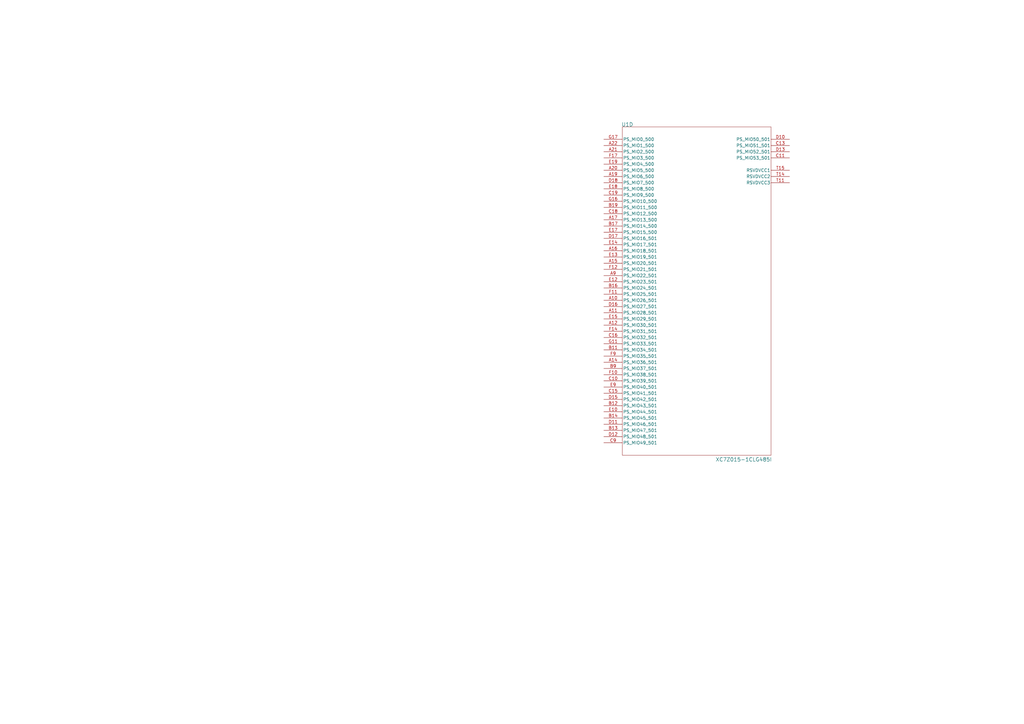
<source format=kicad_sch>
(kicad_sch (version 20250114) (generator "eeschema") (generator_version "9.0")
  (paper "A3")
  (lib_symbols
    (symbol "XC7Z015-1CLG485C:XC7Z015-1CLG485I" (pin_names (offset 0.254))
      (property "Reference" "U" (at 45.72 10.16 0))
      (property "Value" "XC7Z015-1CLG485I" (at 45.72 7.62 0))
      (symbol "XC7Z015-1CLG485I_1_1"
        (polyline (pts (xy 7.62 5.08) (xy 7.62 -114.3)) (stroke (width 0.127)))
        (polyline (pts (xy 7.62 -114.3) (xy 83.82 -114.3)) (stroke (width 0.127)))
        (polyline (pts (xy 83.82 5.08) (xy 7.62 5.08)) (stroke (width 0.127)))
        (polyline (pts (xy 83.82 -114.3) (xy 83.82 5.08)) (stroke (width 0.127)))
        (pin input line (at 0 0 0) (length 7.62) (name "CFGBVS_0") (number "T9"))
        (pin bidirectional line (at 0 -2.54 0) (length 7.62) (name "INIT_B_0") (number "T8"))
        (pin input line (at 0 -7.62 0) (length 7.62) (name "MGTPRXN0_112") (number "AB7"))
        (pin input line (at 0 -10.16 0) (length 7.62) (name "MGTPRXN1_112") (number "Y8"))
        (pin input line (at 0 -12.7 0) (length 7.62) (name "MGTPRXN2_112") (number "AB9"))
        (pin input line (at 0 -15.24 0) (length 7.62) (name "MGTPRXN3_112") (number "Y6"))
        (pin input line (at 0 -17.78 0) (length 7.62) (name "MGTPRXP0_112") (number "AA7"))
        (pin input line (at 0 -20.32 0) (length 7.62) (name "MGTPRXP1_112") (number "W8"))
        (pin input line (at 0 -22.86 0) (length 7.62) (name "MGTPRXP2_112") (number "AA9"))
        (pin input line (at 0 -25.4 0) (length 7.62) (name "MGTPRXP3_112") (number "W6"))
        (pin input line (at 0 -30.48 0) (length 7.62) (name "MGTREFCLK0N_112") (number "V9"))
        (pin input line (at 0 -33.02 0) (length 7.62) (name "MGTREFCLK0P_112") (number "U9"))
        (pin input line (at 0 -35.56 0) (length 7.62) (name "MGTREFCLK1N_112") (number "V5"))
        (pin input line (at 0 -38.1 0) (length 7.62) (name "MGTREFCLK1P_112") (number "U5"))
        (pin input line (at 0 -40.64 0) (length 7.62) (name "MGTRREF_112") (number "U7"))
        (pin input line (at 0 -45.72 0) (length 7.62) (name "PROGRAM_B_0") (number "V10"))
        (pin input line (at 0 -48.26 0) (length 7.62) (name "PS_CLK_500") (number "F16"))
        (pin input line (at 0 -50.8 0) (length 7.62) (name "PS_POR_B_500") (number "B18"))
        (pin input line (at 0 -53.34 0) (length 7.62) (name "PS_SRST_B_501") (number "C14"))
        (pin input line (at 0 -55.88 0) (length 7.62) (name "TCK_0") (number "H11"))
        (pin input line (at 0 -58.42 0) (length 7.62) (name "TDI_0") (number "H9"))
        (pin input line (at 0 -60.96 0) (length 7.62) (name "TMS_0") (number "H10"))
        (pin input line (at 0 -63.5 0) (length 7.62) (name "VN_0") (number "M11"))
        (pin input line (at 0 -66.04 0) (length 7.62) (name "VP_0") (number "L12"))
        (pin bidirectional line (at 0 -71.12 0) (length 7.62) (name "DONE_0") (number "T10"))
        (pin unspecified line (at 0 -73.66 0) (length 7.62) (name "DXN_0") (number "N11"))
        (pin unspecified line (at 0 -76.2 0) (length 7.62) (name "DXP_0") (number "N12"))
        (pin bidirectional line (at 0 -81.28 0) (length 7.62) (name "IO_0_13") (number "T16"))
        (pin bidirectional line (at 0 -83.82 0) (length 7.62) (name "IO_0_34") (number "H8"))
        (pin bidirectional line (at 0 -86.36 0) (length 7.62) (name "IO_0_35") (number "H6"))
        (pin bidirectional line (at 0 -91.44 0) (length 7.62) (name "IO_25_13") (number "U16"))
        (pin bidirectional line (at 0 -93.98 0) (length 7.62) (name "IO_25_34") (number "R8"))
        (pin bidirectional line (at 0 -96.52 0) (length 7.62) (name "IO_25_35") (number "H5"))
        (pin output line (at 91.44 0 180) (length 7.62) (name "MGTPTXN0_112") (number "AB3"))
        (pin output line (at 91.44 -2.54 180) (length 7.62) (name "MGTPTXN1_112") (number "Y4"))
        (pin output line (at 91.44 -5.08 180) (length 7.62) (name "MGTPTXN2_112") (number "AB5"))
        (pin output line (at 91.44 -7.62 180) (length 7.62) (name "MGTPTXN3_112") (number "Y2"))
        (pin output line (at 91.44 -10.16 180) (length 7.62) (name "MGTPTXP0_112") (number "AA3"))
        (pin output line (at 91.44 -12.7 180) (length 7.62) (name "MGTPTXP1_112") (number "W4"))
        (pin output line (at 91.44 -15.24 180) (length 7.62) (name "MGTPTXP2_112") (number "AA5"))
        (pin output line (at 91.44 -17.78 180) (length 7.62) (name "MGTPTXP3_112") (number "W2"))
        (pin output line (at 91.44 -22.86 180) (length 7.62) (name "PS_DDR_A0_502") (number "M19"))
        (pin output line (at 91.44 -25.4 180) (length 7.62) (name "PS_DDR_A1_502") (number "M18"))
        (pin output line (at 91.44 -27.94 180) (length 7.62) (name "PS_DDR_A2_502") (number "K19"))
        (pin output line (at 91.44 -30.48 180) (length 7.62) (name "PS_DDR_A3_502") (number "L19"))
        (pin output line (at 91.44 -33.02 180) (length 7.62) (name "PS_DDR_A4_502") (number "K17"))
        (pin output line (at 91.44 -35.56 180) (length 7.62) (name "PS_DDR_A5_502") (number "K18"))
        (pin output line (at 91.44 -38.1 180) (length 7.62) (name "PS_DDR_A6_502") (number "J16"))
        (pin output line (at 91.44 -40.64 180) (length 7.62) (name "PS_DDR_A7_502") (number "J17"))
        (pin output line (at 91.44 -43.18 180) (length 7.62) (name "PS_DDR_A8_502") (number "J18"))
        (pin output line (at 91.44 -45.72 180) (length 7.62) (name "PS_DDR_A9_502") (number "H18"))
        (pin output line (at 91.44 -48.26 180) (length 7.62) (name "PS_DDR_A10_502") (number "J20"))
        (pin output line (at 91.44 -50.8 180) (length 7.62) (name "PS_DDR_A11_502") (number "G18"))
        (pin output line (at 91.44 -53.34 180) (length 7.62) (name "PS_DDR_A12_502") (number "H19"))
        (pin output line (at 91.44 -55.88 180) (length 7.62) (name "PS_DDR_A13_502") (number "F19"))
        (pin output line (at 91.44 -58.42 180) (length 7.62) (name "PS_DDR_A14_502") (number "G19"))
        (pin output line (at 91.44 -60.96 180) (length 7.62) (name "PS_DDR_BA0_502") (number "L16"))
        (pin output line (at 91.44 -63.5 180) (length 7.62) (name "PS_DDR_BA1_502") (number "L17"))
        (pin output line (at 91.44 -66.04 180) (length 7.62) (name "PS_DDR_BA2_502") (number "M17"))
        (pin output line (at 91.44 -68.58 180) (length 7.62) (name "PS_DDR_CAS_B_502") (number "P20"))
        (pin output line (at 91.44 -71.12 180) (length 7.62) (name "PS_DDR_CKE_502") (number "T19"))
        (pin output line (at 91.44 -73.66 180) (length 7.62) (name "PS_DDR_CKN_502") (number "N18"))
        (pin output line (at 91.44 -76.2 180) (length 7.62) (name "PS_DDR_CKP_502") (number "N19"))
        (pin output line (at 91.44 -78.74 180) (length 7.62) (name "PS_DDR_CS_B_502") (number "P17"))
        (pin output line (at 91.44 -81.28 180) (length 7.62) (name "PS_DDR_DM0_502") (number "B22"))
        (pin output line (at 91.44 -83.82 180) (length 7.62) (name "PS_DDR_DM1_502") (number "H20"))
        (pin output line (at 91.44 -86.36 180) (length 7.62) (name "PS_DDR_DM2_502") (number "P22"))
        (pin output line (at 91.44 -88.9 180) (length 7.62) (name "PS_DDR_DM3_502") (number "AA21"))
        (pin output line (at 91.44 -91.44 180) (length 7.62) (name "PS_DDR_DRST_B_502") (number "F20"))
        (pin output line (at 91.44 -93.98 180) (length 7.62) (name "PS_DDR_ODT_502") (number "P18"))
        (pin output line (at 91.44 -96.52 180) (length 7.62) (name "PS_DDR_RAS_B_502") (number "R18"))
        (pin output line (at 91.44 -99.06 180) (length 7.62) (name "PS_DDR_VRN_502") (number "M16"))
        (pin output line (at 91.44 -101.6 180) (length 7.62) (name "PS_DDR_VRP_502") (number "N16"))
        (pin output line (at 91.44 -104.14 180) (length 7.62) (name "PS_DDR_WE_B_502") (number "R19"))
        (pin output line (at 91.44 -109.22 180) (length 7.62) (name "TDO_0") (number "G9"))
      )
      (symbol "XC7Z015-1CLG485I_2_1"
        (polyline (pts (xy 7.62 5.08) (xy 7.62 -129.54)) (stroke (width 0.127)))
        (polyline (pts (xy 7.62 -129.54) (xy 114.3 -129.54)) (stroke (width 0.127)))
        (polyline (pts (xy 114.3 5.08) (xy 7.62 5.08)) (stroke (width 0.127)))
        (polyline (pts (xy 114.3 -129.54) (xy 114.3 5.08)) (stroke (width 0.127)))
        (pin bidirectional line (at 0 0 0) (length 7.62) (name "IO_L1N_T0_13") (number "V14"))
        (pin bidirectional line (at 0 -2.54 0) (length 7.62) (name "IO_L1N_T0_34") (number "K8"))
        (pin bidirectional line (at 0 -5.08 0) (length 7.62) (name "IO_L1P_T0_13") (number "V13"))
        (pin bidirectional line (at 0 -7.62 0) (length 7.62) (name "IO_L1P_T0_34") (number "J8"))
        (pin bidirectional line (at 0 -10.16 0) (length 7.62) (name "IO_L2N_T0_13") (number "W15"))
        (pin bidirectional line (at 0 -12.7 0) (length 7.62) (name "IO_L2N_T0_34") (number "J6"))
        (pin bidirectional line (at 0 -15.24 0) (length 7.62) (name "IO_L2P_T0_13") (number "V15"))
        (pin bidirectional line (at 0 -17.78 0) (length 7.62) (name "IO_L2P_T0_34") (number "J7"))
        (pin bidirectional line (at 0 -20.32 0) (length 7.62) (name "IO_L3N_T0_DQS_13") (number "W13"))
        (pin bidirectional line (at 0 -22.86 0) (length 7.62) (name "IO_L3N_T0_DQS_34") (number "L7"))
        (pin bidirectional line (at 0 -25.4 0) (length 7.62) (name "IO_L3P_T0_DQS_13") (number "W12"))
        (pin bidirectional line (at 0 -27.94 0) (length 7.62) (name "IO_L3P_T0_DQS_PUDC_B_34") (number "K7"))
        (pin bidirectional line (at 0 -30.48 0) (length 7.62) (name "IO_L4N_T0_13") (number "W11"))
        (pin bidirectional line (at 0 -33.02 0) (length 7.62) (name "IO_L4N_T0_34") (number "M6"))
        (pin bidirectional line (at 0 -35.56 0) (length 7.62) (name "IO_L4N_T0_35") (number "G7"))
        (pin bidirectional line (at 0 -38.1 0) (length 7.62) (name "IO_L4P_T0_13") (number "V11"))
        (pin bidirectional line (at 0 -40.64 0) (length 7.62) (name "IO_L4P_T0_34") (number "L6"))
        (pin bidirectional line (at 0 -43.18 0) (length 7.62) (name "IO_L4P_T0_35") (number "G8"))
        (pin bidirectional line (at 0 -45.72 0) (length 7.62) (name "IO_L5N_T0_13") (number "U12"))
        (pin bidirectional line (at 0 -48.26 0) (length 7.62) (name "IO_L5N_T0_34") (number "P8"))
        (pin bidirectional line (at 0 -50.8 0) (length 7.62) (name "IO_L5P_T0_13") (number "U11"))
        (pin bidirectional line (at 0 -53.34 0) (length 7.62) (name "IO_L5P_T0_34") (number "N8"))
        (pin bidirectional line (at 0 -55.88 0) (length 7.62) (name "IO_L6P_T0_13") (number "U13"))
        (pin bidirectional line (at 0 -58.42 0) (length 7.62) (name "IO_L6P_T0_34") (number "M8"))
        (pin bidirectional line (at 0 -60.96 0) (length 7.62) (name "IO_L6P_T0_35") (number "G6"))
        (pin bidirectional line (at 0 -63.5 0) (length 7.62) (name "IO_L7N_T1_13") (number "AB11"))
        (pin bidirectional line (at 0 -66.04 0) (length 7.62) (name "IO_L7N_T1_34") (number "K5"))
        (pin bidirectional line (at 0 -68.58 0) (length 7.62) (name "IO_L7P_T1_13") (number "AA11"))
        (pin bidirectional line (at 0 -71.12 0) (length 7.62) (name "IO_L7P_T1_34") (number "J5"))
        (pin bidirectional line (at 0 -73.66 0) (length 7.62) (name "IO_L8N_T1_13") (number "AB12"))
        (pin bidirectional line (at 0 -76.2 0) (length 7.62) (name "IO_L8N_T1_34") (number "J1"))
        (pin bidirectional line (at 0 -78.74 0) (length 7.62) (name "IO_L8P_T1_13") (number "AA12"))
        (pin bidirectional line (at 0 -81.28 0) (length 7.62) (name "IO_L8P_T1_34") (number "J2"))
        (pin bidirectional line (at 0 -83.82 0) (length 7.62) (name "IO_L9N_T1_DQS_13") (number "AB14"))
        (pin bidirectional line (at 0 -86.36 0) (length 7.62) (name "IO_L9N_T1_DQS_34") (number "K2"))
        (pin bidirectional line (at 0 -88.9 0) (length 7.62) (name "IO_L9P_T1_DQS_13") (number "AB13"))
        (pin bidirectional line (at 0 -91.44 0) (length 7.62) (name "IO_L9P_T1_DQS_34") (number "J3"))
        (pin bidirectional line (at 0 -93.98 0) (length 7.62) (name "IO_L10N_T1_13") (number "Y13"))
        (pin bidirectional line (at 0 -96.52 0) (length 7.62) (name "IO_L10N_T1_34") (number "L1"))
        (pin bidirectional line (at 0 -99.06 0) (length 7.62) (name "IO_L10P_T1_13") (number "Y12"))
        (pin bidirectional line (at 0 -101.6 0) (length 7.62) (name "IO_L10P_T1_34") (number "L2"))
        (pin bidirectional line (at 0 -104.14 0) (length 7.62) (name "IO_L11N_T1_SRCC_13") (number "AA15"))
        (pin bidirectional line (at 0 -106.68 0) (length 7.62) (name "IO_L11N_T1_SRCC_34") (number "K3"))
        (pin bidirectional line (at 0 -109.22 0) (length 7.62) (name "IO_L11N_T1_SRCC_35") (number "C5"))
        (pin bidirectional line (at 0 -111.76 0) (length 7.62) (name "IO_L11P_T1_SRCC_13") (number "AA14"))
        (pin bidirectional line (at 0 -114.3 0) (length 7.62) (name "IO_L11P_T1_SRCC_34") (number "K4"))
        (pin bidirectional line (at 0 -116.84 0) (length 7.62) (name "IO_L11P_T1_SRCC_35") (number "C6"))
        (pin bidirectional line (at 0 -119.38 0) (length 7.62) (name "IO_L12N_T1_MRCC_13") (number "Y15"))
        (pin bidirectional line (at 0 -121.92 0) (length 7.62) (name "IO_L12N_T1_MRCC_34") (number "L4"))
        (pin bidirectional line (at 0 -124.46 0) (length 7.62) (name "IO_L12N_T1_MRCC_35") (number "C4"))
        (pin bidirectional line (at 121.92 0 180) (length 7.62) (name "IO_L1N_T0_AD0N_35") (number "E7"))
        (pin bidirectional line (at 121.92 -2.54 180) (length 7.62) (name "IO_L1P_T0_AD0P_35") (number "F7"))
        (pin bidirectional line (at 121.92 -5.08 180) (length 7.62) (name "IO_L2N_T0_AD8N_35") (number "D6"))
        (pin bidirectional line (at 121.92 -7.62 180) (length 7.62) (name "IO_L2P_T0_AD8P_35") (number "D7"))
        (pin bidirectional line (at 121.92 -10.16 180) (length 7.62) (name "IO_L3N_T0_DQS_AD1N_35") (number "D8"))
        (pin bidirectional line (at 121.92 -12.7 180) (length 7.62) (name "IO_L3P_T0_DQS_AD1P_35") (number "E8"))
        (pin bidirectional line (at 121.92 -15.24 180) (length 7.62) (name "IO_L5N_T0_AD9N_35") (number "E5"))
        (pin bidirectional line (at 121.92 -17.78 180) (length 7.62) (name "IO_L5P_T0_AD9P_35") (number "F5"))
        (pin bidirectional line (at 121.92 -20.32 180) (length 7.62) (name "IO_L7N_T1_AD2N_35") (number "B8"))
        (pin bidirectional line (at 121.92 -22.86 180) (length 7.62) (name "IO_L7P_T1_AD2P_35") (number "C8"))
        (pin bidirectional line (at 121.92 -25.4 180) (length 7.62) (name "IO_L8N_T1_AD10N_35") (number "B6"))
        (pin bidirectional line (at 121.92 -27.94 180) (length 7.62) (name "IO_L8P_T1_AD10P_35") (number "B7"))
        (pin bidirectional line (at 121.92 -30.48 180) (length 7.62) (name "IO_L9N_T1_DQS_AD3N_35") (number "A6"))
        (pin bidirectional line (at 121.92 -33.02 180) (length 7.62) (name "IO_L9P_T1_DQS_AD3P_35") (number "A7"))
        (pin bidirectional line (at 121.92 -35.56 180) (length 7.62) (name "IO_L10N_T1_AD11N_35") (number "A4"))
        (pin bidirectional line (at 121.92 -38.1 180) (length 7.62) (name "IO_L10P_T1_AD11P_35") (number "A5"))
        (pin bidirectional line (at 121.92 -40.64 180) (length 7.62) (name "IO_L14N_T2_AD4N_SRCC_35") (number "C3"))
        (pin bidirectional line (at 121.92 -43.18 180) (length 7.62) (name "IO_L14P_T2_AD4P_SRCC_35") (number "D3"))
        (pin bidirectional line (at 121.92 -45.72 180) (length 7.62) (name "IO_L15N_T2_DQS_AD12N_35") (number "A1"))
        (pin bidirectional line (at 121.92 -48.26 180) (length 7.62) (name "IO_L15P_T2_DQS_AD12P_35") (number "A2"))
        (pin bidirectional line (at 121.92 -50.8 180) (length 7.62) (name "IO_L17N_T2_AD5N_35") (number "D2"))
        (pin bidirectional line (at 121.92 -53.34 180) (length 7.62) (name "IO_L17P_T2_AD5P_35") (number "E2"))
        (pin bidirectional line (at 121.92 -55.88 180) (length 7.62) (name "IO_L18N_T2_AD13N_35") (number "B1"))
        (pin bidirectional line (at 121.92 -58.42 180) (length 7.62) (name "IO_L18P_T2_AD13P_35") (number "B2"))
        (pin bidirectional line (at 121.92 -60.96 180) (length 7.62) (name "IO_L20N_T3_AD6N_35") (number "F4"))
        (pin bidirectional line (at 121.92 -63.5 180) (length 7.62) (name "IO_L20P_T3_AD6P_35") (number "G4"))
        (pin bidirectional line (at 121.92 -66.04 180) (length 7.62) (name "IO_L21N_T3_DQS_AD14N_35") (number "E3"))
        (pin bidirectional line (at 121.92 -68.58 180) (length 7.62) (name "IO_L21P_T3_DQS_AD14P_35") (number "E4"))
        (pin bidirectional line (at 121.92 -71.12 180) (length 7.62) (name "IO_L22N_T3_AD7N_35") (number "G2"))
        (pin bidirectional line (at 121.92 -73.66 180) (length 7.62) (name "IO_L22P_T3_AD7P_35") (number "G3"))
        (pin bidirectional line (at 121.92 -76.2 180) (length 7.62) (name "IO_L24N_T3_AD15N_35") (number "G1"))
        (pin bidirectional line (at 121.92 -78.74 180) (length 7.62) (name "IO_L24P_T3_AD15P_35") (number "H1"))
        (pin bidirectional line (at 121.92 -81.28 180) (length 7.62) (name "IO_L12P_T1_MRCC_13") (number "Y14"))
        (pin bidirectional line (at 121.92 -83.82 180) (length 7.62) (name "IO_L12P_T1_MRCC_34") (number "L5"))
        (pin bidirectional line (at 121.92 -86.36 180) (length 7.62) (name "IO_L12P_T1_MRCC_35") (number "D5"))
        (pin bidirectional line (at 121.92 -88.9 180) (length 7.62) (name "IO_L13N_T2_MRCC_13") (number "Y19"))
        (pin bidirectional line (at 121.92 -91.44 180) (length 7.62) (name "IO_L13N_T2_MRCC_34") (number "T1"))
        (pin bidirectional line (at 121.92 -93.98 180) (length 7.62) (name "IO_L13N_T2_MRCC_35") (number "B3"))
        (pin bidirectional line (at 121.92 -96.52 180) (length 7.62) (name "IO_L13P_T2_MRCC_13") (number "Y18"))
        (pin bidirectional line (at 121.92 -99.06 180) (length 7.62) (name "IO_L13P_T2_MRCC_34") (number "T2"))
        (pin bidirectional line (at 121.92 -101.6 180) (length 7.62) (name "IO_L13P_T2_MRCC_35") (number "B4"))
        (pin bidirectional line (at 121.92 -104.14 180) (length 7.62) (name "IO_L14N_T2_SRCC_13") (number "AA17"))
        (pin bidirectional line (at 121.92 -106.68 180) (length 7.62) (name "IO_L14N_T2_SRCC_34") (number "U1"))
        (pin bidirectional line (at 121.92 -109.22 180) (length 7.62) (name "IO_L14P_T2_SRCC_13") (number "AA16"))
        (pin bidirectional line (at 121.92 -111.76 180) (length 7.62) (name "IO_L14P_T2_SRCC_34") (number "U2"))
        (pin bidirectional line (at 121.92 -114.3 180) (length 7.62) (name "IO_L15N_T2_DQS_13") (number "AB22"))
        (pin bidirectional line (at 121.92 -116.84 180) (length 7.62) (name "IO_L15N_T2_DQS_34") (number "M1"))
        (pin bidirectional line (at 121.92 -119.38 180) (length 7.62) (name "IO_L15P_T2_DQS_13") (number "AB21"))
        (pin bidirectional line (at 121.92 -121.92 180) (length 7.62) (name "IO_L15P_T2_DQS_34") (number "M2"))
        (pin bidirectional line (at 121.92 -124.46 180) (length 7.62) (name "IO_L16N_T2_13") (number "AB19"))
      )
      (symbol "XC7Z015-1CLG485I_3_1"
        (polyline (pts (xy 7.62 5.08) (xy 7.62 -104.14)) (stroke (width 0.127)))
        (polyline (pts (xy 7.62 -104.14) (xy 88.9 -104.14)) (stroke (width 0.127)))
        (polyline (pts (xy 88.9 5.08) (xy 7.62 5.08)) (stroke (width 0.127)))
        (polyline (pts (xy 88.9 -104.14) (xy 88.9 5.08)) (stroke (width 0.127)))
        (pin bidirectional line (at 0 0 0) (length 7.62) (name "IO_L16N_T2_34") (number "P1"))
        (pin bidirectional line (at 0 -2.54 0) (length 7.62) (name "IO_L16N_T2_35") (number "C1"))
        (pin bidirectional line (at 0 -5.08 0) (length 7.62) (name "IO_L16P_T2_13") (number "AB18"))
        (pin bidirectional line (at 0 -7.62 0) (length 7.62) (name "IO_L16P_T2_34") (number "N1"))
        (pin bidirectional line (at 0 -10.16 0) (length 7.62) (name "IO_L16P_T2_35") (number "D1"))
        (pin bidirectional line (at 0 -12.7 0) (length 7.62) (name "IO_L17N_T2_13") (number "AB17"))
        (pin bidirectional line (at 0 -15.24 0) (length 7.62) (name "IO_L17N_T2_34") (number "R2"))
        (pin bidirectional line (at 0 -17.78 0) (length 7.62) (name "IO_L17P_T2_13") (number "AB16"))
        (pin bidirectional line (at 0 -20.32 0) (length 7.62) (name "IO_L17P_T2_34") (number "R3"))
        (pin bidirectional line (at 0 -22.86 0) (length 7.62) (name "IO_L18N_T2_13") (number "AA20"))
        (pin bidirectional line (at 0 -25.4 0) (length 7.62) (name "IO_L18N_T2_34") (number "P2"))
        (pin bidirectional line (at 0 -27.94 0) (length 7.62) (name "IO_L18P_T2_13") (number "AA19"))
        (pin bidirectional line (at 0 -30.48 0) (length 7.62) (name "IO_L18P_T2_34") (number "P3"))
        (pin bidirectional line (at 0 -33.02 0) (length 7.62) (name "IO_L19P_T3_13") (number "R17"))
        (pin bidirectional line (at 0 -35.56 0) (length 7.62) (name "IO_L19P_T3_34") (number "N6"))
        (pin bidirectional line (at 0 -38.1 0) (length 7.62) (name "IO_L19P_T3_35") (number "H4"))
        (pin bidirectional line (at 0 -40.64 0) (length 7.62) (name "IO_L20N_T3_13") (number "V19"))
        (pin bidirectional line (at 0 -43.18 0) (length 7.62) (name "IO_L20N_T3_34") (number "P5"))
        (pin bidirectional line (at 0 -45.72 0) (length 7.62) (name "IO_L20P_T3_13") (number "U19"))
        (pin bidirectional line (at 0 -48.26 0) (length 7.62) (name "IO_L20P_T3_34") (number "P6"))
        (pin bidirectional line (at 0 -50.8 0) (length 7.62) (name "IO_L21N_T3_DQS_13") (number "W18"))
        (pin bidirectional line (at 0 -53.34 0) (length 7.62) (name "IO_L21N_T3_DQS_34") (number "N3"))
        (pin bidirectional line (at 0 -55.88 0) (length 7.62) (name "IO_L21P_T3_DQS_13") (number "V18"))
        (pin bidirectional line (at 0 -58.42 0) (length 7.62) (name "IO_L21P_T3_DQS_34") (number "N4"))
        (pin bidirectional line (at 0 -60.96 0) (length 7.62) (name "IO_L22N_T3_13") (number "U18"))
        (pin bidirectional line (at 0 -63.5 0) (length 7.62) (name "IO_L22N_T3_34") (number "M3"))
        (pin bidirectional line (at 0 -66.04 0) (length 7.62) (name "IO_L22P_T3_13") (number "U17"))
        (pin bidirectional line (at 0 -68.58 0) (length 7.62) (name "IO_L22P_T3_34") (number "M4"))
        (pin bidirectional line (at 0 -71.12 0) (length 7.62) (name "IO_L23N_T3_13") (number "W16"))
        (pin bidirectional line (at 0 -73.66 0) (length 7.62) (name "IO_L23N_T3_34") (number "R4"))
        (pin bidirectional line (at 0 -76.2 0) (length 7.62) (name "IO_L23N_T3_35") (number "F1"))
        (pin bidirectional line (at 0 -78.74 0) (length 7.62) (name "IO_L23P_T3_13") (number "V16"))
        (pin bidirectional line (at 0 -81.28 0) (length 7.62) (name "IO_L23P_T3_34") (number "R5"))
        (pin bidirectional line (at 0 -83.82 0) (length 7.62) (name "IO_L23P_T3_35") (number "F2"))
        (pin bidirectional line (at 0 -86.36 0) (length 7.62) (name "IO_L24N_T3_13") (number "Y17"))
        (pin bidirectional line (at 0 -88.9 0) (length 7.62) (name "IO_L24N_T3_34") (number "R7"))
        (pin bidirectional line (at 0 -91.44 0) (length 7.62) (name "IO_L24P_T3_13") (number "W17"))
        (pin bidirectional line (at 0 -93.98 0) (length 7.62) (name "IO_L24P_T3_34") (number "P7"))
        (pin bidirectional line (at 96.52 0 180) (length 7.62) (name "PS_DDR_DQ0_502") (number "D22"))
        (pin bidirectional line (at 96.52 -2.54 180) (length 7.62) (name "PS_DDR_DQ1_502") (number "C20"))
        (pin bidirectional line (at 96.52 -5.08 180) (length 7.62) (name "PS_DDR_DQ2_502") (number "B21"))
        (pin bidirectional line (at 96.52 -7.62 180) (length 7.62) (name "PS_DDR_DQ3_502") (number "D20"))
        (pin bidirectional line (at 96.52 -10.16 180) (length 7.62) (name "PS_DDR_DQ4_502") (number "E20"))
        (pin bidirectional line (at 96.52 -12.7 180) (length 7.62) (name "PS_DDR_DQ5_502") (number "E22"))
        (pin bidirectional line (at 96.52 -15.24 180) (length 7.62) (name "PS_DDR_DQ6_502") (number "F21"))
        (pin bidirectional line (at 96.52 -17.78 180) (length 7.62) (name "PS_DDR_DQ7_502") (number "F22"))
        (pin bidirectional line (at 96.52 -20.32 180) (length 7.62) (name "PS_DDR_DQ8_502") (number "G21"))
        (pin bidirectional line (at 96.52 -22.86 180) (length 7.62) (name "PS_DDR_DQ9_502") (number "G22"))
        (pin bidirectional line (at 96.52 -25.4 180) (length 7.62) (name "PS_DDR_DQ10_502") (number "L22"))
        (pin bidirectional line (at 96.52 -27.94 180) (length 7.62) (name "PS_DDR_DQ11_502") (number "L21"))
        (pin bidirectional line (at 96.52 -30.48 180) (length 7.62) (name "PS_DDR_DQ12_502") (number "L20"))
        (pin bidirectional line (at 96.52 -33.02 180) (length 7.62) (name "PS_DDR_DQ13_502") (number "K22"))
        (pin bidirectional line (at 96.52 -35.56 180) (length 7.62) (name "PS_DDR_DQ14_502") (number "J22"))
        (pin bidirectional line (at 96.52 -38.1 180) (length 7.62) (name "PS_DDR_DQ15_502") (number "K20"))
        (pin bidirectional line (at 96.52 -40.64 180) (length 7.62) (name "PS_DDR_DQ16_502") (number "M22"))
        (pin bidirectional line (at 96.52 -43.18 180) (length 7.62) (name "PS_DDR_DQ17_502") (number "T20"))
        (pin bidirectional line (at 96.52 -45.72 180) (length 7.62) (name "PS_DDR_DQ18_502") (number "N20"))
        (pin bidirectional line (at 96.52 -48.26 180) (length 7.62) (name "PS_DDR_DQ19_502") (number "T22"))
        (pin bidirectional line (at 96.52 -50.8 180) (length 7.62) (name "PS_DDR_DQ20_502") (number "R20"))
        (pin bidirectional line (at 96.52 -53.34 180) (length 7.62) (name "PS_DDR_DQ21_502") (number "T21"))
        (pin bidirectional line (at 96.52 -55.88 180) (length 7.62) (name "PS_DDR_DQ22_502") (number "M21"))
        (pin bidirectional line (at 96.52 -58.42 180) (length 7.62) (name "PS_DDR_DQ23_502") (number "R22"))
        (pin bidirectional line (at 96.52 -60.96 180) (length 7.62) (name "PS_DDR_DQ24_502") (number "Y20"))
        (pin bidirectional line (at 96.52 -63.5 180) (length 7.62) (name "PS_DDR_DQ25_502") (number "U22"))
        (pin bidirectional line (at 96.52 -66.04 180) (length 7.62) (name "PS_DDR_DQ26_502") (number "AA22"))
        (pin bidirectional line (at 96.52 -68.58 180) (length 7.62) (name "PS_DDR_DQ27_502") (number "U21"))
        (pin bidirectional line (at 96.52 -71.12 180) (length 7.62) (name "PS_DDR_DQ28_502") (number "W22"))
        (pin bidirectional line (at 96.52 -73.66 180) (length 7.62) (name "PS_DDR_DQ29_502") (number "W20"))
        (pin bidirectional line (at 96.52 -76.2 180) (length 7.62) (name "PS_DDR_DQ30_502") (number "V20"))
        (pin bidirectional line (at 96.52 -78.74 180) (length 7.62) (name "PS_DDR_DQ31_502") (number "Y22"))
        (pin bidirectional line (at 96.52 -81.28 180) (length 7.62) (name "PS_DDR_DQS_N0_502") (number "D21"))
        (pin bidirectional line (at 96.52 -83.82 180) (length 7.62) (name "PS_DDR_DQS_N1_502") (number "J21"))
        (pin bidirectional line (at 96.52 -86.36 180) (length 7.62) (name "PS_DDR_DQS_N2_502") (number "P21"))
        (pin bidirectional line (at 96.52 -88.9 180) (length 7.62) (name "PS_DDR_DQS_N3_502") (number "W21"))
        (pin bidirectional line (at 96.52 -91.44 180) (length 7.62) (name "PS_DDR_DQS_P0_502") (number "C21"))
        (pin bidirectional line (at 96.52 -93.98 180) (length 7.62) (name "PS_DDR_DQS_P1_502") (number "H21"))
        (pin bidirectional line (at 96.52 -96.52 180) (length 7.62) (name "PS_DDR_DQS_P2_502") (number "N21"))
        (pin bidirectional line (at 96.52 -99.06 180) (length 7.62) (name "PS_DDR_DQS_P3_502") (number "V21"))
      )
      (symbol "XC7Z015-1CLG485I_4_1"
        (polyline (pts (xy 7.62 5.08) (xy 7.62 -129.54)) (stroke (width 0.127)))
        (polyline (pts (xy 7.62 -129.54) (xy 68.58 -129.54)) (stroke (width 0.127)))
        (polyline (pts (xy 68.58 5.08) (xy 7.62 5.08)) (stroke (width 0.127)))
        (polyline (pts (xy 68.58 -129.54) (xy 68.58 5.08)) (stroke (width 0.127)))
        (pin bidirectional line (at 0 0 0) (length 7.62) (name "PS_MIO0_500") (number "G17"))
        (pin bidirectional line (at 0 -2.54 0) (length 7.62) (name "PS_MIO1_500") (number "A22"))
        (pin bidirectional line (at 0 -5.08 0) (length 7.62) (name "PS_MIO2_500") (number "A21"))
        (pin bidirectional line (at 0 -7.62 0) (length 7.62) (name "PS_MIO3_500") (number "F17"))
        (pin bidirectional line (at 0 -10.16 0) (length 7.62) (name "PS_MIO4_500") (number "E19"))
        (pin bidirectional line (at 0 -12.7 0) (length 7.62) (name "PS_MIO5_500") (number "A20"))
        (pin bidirectional line (at 0 -15.24 0) (length 7.62) (name "PS_MIO6_500") (number "A19"))
        (pin bidirectional line (at 0 -17.78 0) (length 7.62) (name "PS_MIO7_500") (number "D18"))
        (pin bidirectional line (at 0 -20.32 0) (length 7.62) (name "PS_MIO8_500") (number "E18"))
        (pin bidirectional line (at 0 -22.86 0) (length 7.62) (name "PS_MIO9_500") (number "C19"))
        (pin bidirectional line (at 0 -25.4 0) (length 7.62) (name "PS_MIO10_500") (number "G16"))
        (pin bidirectional line (at 0 -27.94 0) (length 7.62) (name "PS_MIO11_500") (number "B19"))
        (pin bidirectional line (at 0 -30.48 0) (length 7.62) (name "PS_MIO12_500") (number "C18"))
        (pin bidirectional line (at 0 -33.02 0) (length 7.62) (name "PS_MIO13_500") (number "A17"))
        (pin bidirectional line (at 0 -35.56 0) (length 7.62) (name "PS_MIO14_500") (number "B17"))
        (pin bidirectional line (at 0 -38.1 0) (length 7.62) (name "PS_MIO15_500") (number "E17"))
        (pin bidirectional line (at 0 -40.64 0) (length 7.62) (name "PS_MIO16_501") (number "D17"))
        (pin bidirectional line (at 0 -43.18 0) (length 7.62) (name "PS_MIO17_501") (number "E14"))
        (pin bidirectional line (at 0 -45.72 0) (length 7.62) (name "PS_MIO18_501") (number "A16"))
        (pin bidirectional line (at 0 -48.26 0) (length 7.62) (name "PS_MIO19_501") (number "E13"))
        (pin bidirectional line (at 0 -50.8 0) (length 7.62) (name "PS_MIO20_501") (number "A15"))
        (pin bidirectional line (at 0 -53.34 0) (length 7.62) (name "PS_MIO21_501") (number "F12"))
        (pin bidirectional line (at 0 -55.88 0) (length 7.62) (name "PS_MIO22_501") (number "A9"))
        (pin bidirectional line (at 0 -58.42 0) (length 7.62) (name "PS_MIO23_501") (number "E12"))
        (pin bidirectional line (at 0 -60.96 0) (length 7.62) (name "PS_MIO24_501") (number "B16"))
        (pin bidirectional line (at 0 -63.5 0) (length 7.62) (name "PS_MIO25_501") (number "F11"))
        (pin bidirectional line (at 0 -66.04 0) (length 7.62) (name "PS_MIO26_501") (number "A10"))
        (pin bidirectional line (at 0 -68.58 0) (length 7.62) (name "PS_MIO27_501") (number "D16"))
        (pin bidirectional line (at 0 -71.12 0) (length 7.62) (name "PS_MIO28_501") (number "A11"))
        (pin bidirectional line (at 0 -73.66 0) (length 7.62) (name "PS_MIO29_501") (number "E15"))
        (pin bidirectional line (at 0 -76.2 0) (length 7.62) (name "PS_MIO30_501") (number "A12"))
        (pin bidirectional line (at 0 -78.74 0) (length 7.62) (name "PS_MIO31_501") (number "F14"))
        (pin bidirectional line (at 0 -81.28 0) (length 7.62) (name "PS_MIO32_501") (number "C16"))
        (pin bidirectional line (at 0 -83.82 0) (length 7.62) (name "PS_MIO33_501") (number "G11"))
        (pin bidirectional line (at 0 -86.36 0) (length 7.62) (name "PS_MIO34_501") (number "B11"))
        (pin bidirectional line (at 0 -88.9 0) (length 7.62) (name "PS_MIO35_501") (number "F9"))
        (pin bidirectional line (at 0 -91.44 0) (length 7.62) (name "PS_MIO36_501") (number "A14"))
        (pin bidirectional line (at 0 -93.98 0) (length 7.62) (name "PS_MIO37_501") (number "B9"))
        (pin bidirectional line (at 0 -96.52 0) (length 7.62) (name "PS_MIO38_501") (number "F10"))
        (pin bidirectional line (at 0 -99.06 0) (length 7.62) (name "PS_MIO39_501") (number "C10"))
        (pin bidirectional line (at 0 -101.6 0) (length 7.62) (name "PS_MIO40_501") (number "E9"))
        (pin bidirectional line (at 0 -104.14 0) (length 7.62) (name "PS_MIO41_501") (number "C15"))
        (pin bidirectional line (at 0 -106.68 0) (length 7.62) (name "PS_MIO42_501") (number "D15"))
        (pin bidirectional line (at 0 -109.22 0) (length 7.62) (name "PS_MIO43_501") (number "B12"))
        (pin bidirectional line (at 0 -111.76 0) (length 7.62) (name "PS_MIO44_501") (number "E10"))
        (pin bidirectional line (at 0 -114.3 0) (length 7.62) (name "PS_MIO45_501") (number "B14"))
        (pin bidirectional line (at 0 -116.84 0) (length 7.62) (name "PS_MIO46_501") (number "D11"))
        (pin bidirectional line (at 0 -119.38 0) (length 7.62) (name "PS_MIO47_501") (number "B13"))
        (pin bidirectional line (at 0 -121.92 0) (length 7.62) (name "PS_MIO48_501") (number "D12"))
        (pin bidirectional line (at 0 -124.46 0) (length 7.62) (name "PS_MIO49_501") (number "C9"))
        (pin bidirectional line (at 76.2 0 180) (length 7.62) (name "PS_MIO50_501") (number "D10"))
        (pin bidirectional line (at 76.2 -2.54 180) (length 7.62) (name "PS_MIO51_501") (number "C13"))
        (pin bidirectional line (at 76.2 -5.08 180) (length 7.62) (name "PS_MIO52_501") (number "D13"))
        (pin bidirectional line (at 76.2 -7.62 180) (length 7.62) (name "PS_MIO53_501") (number "C11"))
        (pin bidirectional line (at 76.2 -12.7 180) (length 7.62) (name "RSVDVCC1") (number "T15"))
        (pin bidirectional line (at 76.2 -15.24 180) (length 7.62) (name "RSVDVCC2") (number "T14"))
        (pin bidirectional line (at 76.2 -17.78 180) (length 7.62) (name "RSVDVCC3") (number "T11"))
      )
      (symbol "XC7Z015-1CLG485I_5_1"
        (polyline (pts (xy 7.62 5.08) (xy 7.62 -121.92)) (stroke (width 0.127)))
        (polyline (pts (xy 7.62 -121.92) (xy 53.34 -121.92)) (stroke (width 0.127)))
        (polyline (pts (xy 53.34 5.08) (xy 7.62 5.08)) (stroke (width 0.127)))
        (polyline (pts (xy 53.34 -121.92) (xy 53.34 5.08)) (stroke (width 0.127)))
        (pin no_connect line (at 0 0 0) (length 7.62) (name "NC") (number "V7"))
        (pin no_connect line (at 0 -2.54 0) (length 7.62) (name "NC") (number "W3"))
        (pin bidirectional line (at 0 -7.62 0) (length 7.62) (name "IO_L6N_T0_VREF_13") (number "U14"))
        (pin bidirectional line (at 0 -10.16 0) (length 7.62) (name "IO_L6N_T0_VREF_34") (number "M7"))
        (pin bidirectional line (at 0 -12.7 0) (length 7.62) (name "IO_L6N_T0_VREF_35") (number "F6"))
        (pin bidirectional line (at 0 -15.24 0) (length 7.62) (name "IO_L19N_T3_VREF_13") (number "T17"))
        (pin bidirectional line (at 0 -17.78 0) (length 7.62) (name "IO_L19N_T3_VREF_34") (number "N5"))
        (pin bidirectional line (at 0 -20.32 0) (length 7.62) (name "IO_L19N_T3_VREF_35") (number "H3"))
        (pin power_in line (at 0 -25.4 0) (length 7.62) (name "MGTAVCC") (number "U4"))
        (pin power_in line (at 0 -27.94 0) (length 7.62) (name "MGTAVCC") (number "U6"))
        (pin power_in line (at 0 -30.48 0) (length 7.62) (name "MGTAVCC") (number "U8"))
        (pin power_in line (at 0 -33.02 0) (length 7.62) (name "MGTAVCC") (number "W5"))
        (pin power_in line (at 0 -35.56 0) (length 7.62) (name "MGTAVCC") (number "W9"))
        (pin power_in line (at 0 -38.1 0) (length 7.62) (name "MGTAVTT") (number "Y7"))
        (pin power_in line (at 0 -40.64 0) (length 7.62) (name "MGTAVTT") (number "AA2"))
        (pin power_in line (at 0 -43.18 0) (length 7.62) (name "MGTAVTT") (number "AA4"))
        (pin power_in line (at 0 -45.72 0) (length 7.62) (name "MGTAVTT") (number "AA8"))
        (pin power_in line (at 0 -48.26 0) (length 7.62) (name "MGTAVTT") (number "AB1"))
        (pin power_in line (at 0 -50.8 0) (length 7.62) (name "MGTAVTT") (number "AB6"))
        (pin power_in line (at 0 -55.88 0) (length 7.62) (name "PS_DDR_VREF0_502") (number "H16"))
        (pin power_in line (at 0 -58.42 0) (length 7.62) (name "PS_DDR_VREF1_502") (number "P16"))
        (pin power_in line (at 0 -63.5 0) (length 7.62) (name "PS_MIO_VREF_501") (number "F15"))
        (pin power_in line (at 0 -68.58 0) (length 7.62) (name "VCCADC_0") (number "K12"))
        (pin power_in line (at 0 -71.12 0) (length 7.62) (name "VCCAUX") (number "N13"))
        (pin power_in line (at 0 -73.66 0) (length 7.62) (name "VCCAUX") (number "P12"))
        (pin power_in line (at 0 -76.2 0) (length 7.62) (name "VCCAUX") (number "R13"))
        (pin power_in line (at 0 -78.74 0) (length 7.62) (name "VCCAUX") (number "T12"))
        (pin power_in line (at 0 -83.82 0) (length 7.62) (name "VCCBATT_0") (number "G14"))
        (pin power_in line (at 0 -86.36 0) (length 7.62) (name "VCCBRAM") (number "H12"))
        (pin power_in line (at 0 -88.9 0) (length 7.62) (name "VCCBRAM") (number "J13"))
        (pin power_in line (at 0 -93.98 0) (length 7.62) (name "VCCINT") (number "J9"))
        (pin power_in line (at 0 -96.52 0) (length 7.62) (name "VCCINT") (number "L9"))
        (pin power_in line (at 0 -99.06 0) (length 7.62) (name "VCCINT") (number "N9"))
        (pin power_in line (at 0 -101.6 0) (length 7.62) (name "VCCINT") (number "R9"))
        (pin power_in line (at 0 -104.14 0) (length 7.62) (name "VCCINT") (number "J11"))
        (pin power_in line (at 0 -106.68 0) (length 7.62) (name "VCCINT") (number "K10"))
        (pin power_in line (at 0 -109.22 0) (length 7.62) (name "VCCINT") (number "M10"))
        (pin power_in line (at 0 -111.76 0) (length 7.62) (name "VCCINT") (number "P10"))
        (pin power_in line (at 0 -116.84 0) (length 7.62) (name "VCCO_0") (number "R11"))
      )
      (symbol "XC7Z015-1CLG485I_6_1"
        (polyline (pts (xy 7.62 5.08) (xy 7.62 -132.08)) (stroke (width 0.127)))
        (polyline (pts (xy 7.62 -132.08) (xy 43.18 -132.08)) (stroke (width 0.127)))
        (polyline (pts (xy 43.18 5.08) (xy 7.62 5.08)) (stroke (width 0.127)))
        (polyline (pts (xy 43.18 -132.08) (xy 43.18 5.08)) (stroke (width 0.127)))
        (pin power_in line (at 0 0 0) (length 7.62) (name "VCCO_13") (number "T18"))
        (pin power_in line (at 0 -2.54 0) (length 7.62) (name "VCCO_13") (number "U15"))
        (pin power_in line (at 0 -5.08 0) (length 7.62) (name "VCCO_13") (number "V12"))
        (pin power_in line (at 0 -7.62 0) (length 7.62) (name "VCCO_13") (number "W19"))
        (pin power_in line (at 0 -10.16 0) (length 7.62) (name "VCCO_13") (number "Y16"))
        (pin power_in line (at 0 -12.7 0) (length 7.62) (name "VCCO_13") (number "AA13"))
        (pin power_in line (at 0 -15.24 0) (length 7.62) (name "VCCO_13") (number "AB20"))
        (pin power_in line (at 0 -17.78 0) (length 7.62) (name "VCCO_34") (number "H2"))
        (pin power_in line (at 0 -20.32 0) (length 7.62) (name "VCCO_34") (number "K6"))
        (pin power_in line (at 0 -22.86 0) (length 7.62) (name "VCCO_34") (number "L3"))
        (pin power_in line (at 0 -25.4 0) (length 7.62) (name "VCCO_34") (number "N7"))
        (pin power_in line (at 0 -27.94 0) (length 7.62) (name "VCCO_34") (number "P4"))
        (pin power_in line (at 0 -30.48 0) (length 7.62) (name "VCCO_34") (number "R1"))
        (pin power_in line (at 0 -33.02 0) (length 7.62) (name "VCCO_35") (number "A3"))
        (pin power_in line (at 0 -35.56 0) (length 7.62) (name "VCCO_35") (number "C7"))
        (pin power_in line (at 0 -38.1 0) (length 7.62) (name "VCCO_35") (number "D4"))
        (pin power_in line (at 0 -40.64 0) (length 7.62) (name "VCCO_35") (number "E1"))
        (pin power_in line (at 0 -43.18 0) (length 7.62) (name "VCCO_35") (number "F8"))
        (pin power_in line (at 0 -45.72 0) (length 7.62) (name "VCCO_35") (number "G5"))
        (pin power_in line (at 0 -48.26 0) (length 7.62) (name "VCCO_DDR_502") (number "E21"))
        (pin power_in line (at 0 -50.8 0) (length 7.62) (name "VCCO_DDR_502") (number "F18"))
        (pin power_in line (at 0 -53.34 0) (length 7.62) (name "VCCO_DDR_502") (number "H22"))
        (pin power_in line (at 0 -55.88 0) (length 7.62) (name "VCCO_DDR_502") (number "J19"))
        (pin power_in line (at 0 -58.42 0) (length 7.62) (name "VCCO_DDR_502") (number "K16"))
        (pin power_in line (at 0 -60.96 0) (length 7.62) (name "VCCO_DDR_502") (number "M20"))
        (pin power_in line (at 0 -63.5 0) (length 7.62) (name "VCCO_DDR_502") (number "N17"))
        (pin power_in line (at 0 -66.04 0) (length 7.62) (name "VCCO_DDR_502") (number "R21"))
        (pin power_in line (at 0 -68.58 0) (length 7.62) (name "VCCO_DDR_502") (number "V22"))
        (pin power_in line (at 0 -71.12 0) (length 7.62) (name "VCCO_MIO0_500") (number "B20"))
        (pin power_in line (at 0 -73.66 0) (length 7.62) (name "VCCO_MIO0_500") (number "C17"))
        (pin power_in line (at 0 -76.2 0) (length 7.62) (name "VCCO_MIO1_501") (number "A13"))
        (pin power_in line (at 0 -78.74 0) (length 7.62) (name "VCCO_MIO1_501") (number "B10"))
        (pin power_in line (at 0 -81.28 0) (length 7.62) (name "VCCO_MIO1_501") (number "D14"))
        (pin power_in line (at 0 -83.82 0) (length 7.62) (name "VCCO_MIO1_501") (number "E11"))
        (pin power_in line (at 0 -88.9 0) (length 7.62) (name "VCCPAUX") (number "K14"))
        (pin power_in line (at 0 -91.44 0) (length 7.62) (name "VCCPAUX") (number "L13"))
        (pin power_in line (at 0 -93.98 0) (length 7.62) (name "VCCPAUX") (number "M14"))
        (pin power_in line (at 0 -96.52 0) (length 7.62) (name "VCCPAUX") (number "P14"))
        (pin power_in line (at 0 -99.06 0) (length 7.62) (name "VCCPINT") (number "G15"))
        (pin power_in line (at 0 -101.6 0) (length 7.62) (name "VCCPINT") (number "H14"))
        (pin power_in line (at 0 -104.14 0) (length 7.62) (name "VCCPINT") (number "J15"))
        (pin power_in line (at 0 -106.68 0) (length 7.62) (name "VCCPINT") (number "L15"))
        (pin power_in line (at 0 -109.22 0) (length 7.62) (name "VCCPINT") (number "N15"))
        (pin power_in line (at 0 -111.76 0) (length 7.62) (name "VCCPINT") (number "R15"))
        (pin power_in line (at 0 -114.3 0) (length 7.62) (name "VCCPLL") (number "G13"))
        (pin power_in line (at 0 -119.38 0) (length 7.62) (name "VREFN_0") (number "L11"))
        (pin power_in line (at 0 -121.92 0) (length 7.62) (name "VREFP_0") (number "M12"))
        (pin power_out line (at 0 -127 0) (length 7.62) (name "GND") (number "A8"))
      )
      (symbol "XC7Z015-1CLG485I_7_1"
        (polyline (pts (xy 7.62 5.08) (xy 7.62 -132.08)) (stroke (width 0.127)))
        (polyline (pts (xy 7.62 -132.08) (xy 33.02 -132.08)) (stroke (width 0.127)))
        (polyline (pts (xy 33.02 5.08) (xy 7.62 5.08)) (stroke (width 0.127)))
        (polyline (pts (xy 33.02 -132.08) (xy 33.02 5.08)) (stroke (width 0.127)))
        (pin power_out line (at 0 0 0) (length 7.62) (name "GND") (number "B5"))
        (pin power_out line (at 0 -2.54 0) (length 7.62) (name "GND") (number "C2"))
        (pin power_out line (at 0 -5.08 0) (length 7.62) (name "GND") (number "D9"))
        (pin power_out line (at 0 -7.62 0) (length 7.62) (name "GND") (number "E6"))
        (pin power_out line (at 0 -10.16 0) (length 7.62) (name "GND") (number "F3"))
        (pin power_out line (at 0 -12.7 0) (length 7.62) (name "GND") (number "H7"))
        (pin power_out line (at 0 -15.24 0) (length 7.62) (name "GND") (number "J4"))
        (pin power_out line (at 0 -17.78 0) (length 7.62) (name "GND") (number "K1"))
        (pin power_out line (at 0 -20.32 0) (length 7.62) (name "GND") (number "K9"))
        (pin power_out line (at 0 -22.86 0) (length 7.62) (name "GND") (number "L8"))
        (pin power_out line (at 0 -25.4 0) (length 7.62) (name "GND") (number "M5"))
        (pin power_out line (at 0 -27.94 0) (length 7.62) (name "GND") (number "M9"))
        (pin power_out line (at 0 -30.48 0) (length 7.62) (name "GND") (number "N2"))
        (pin power_out line (at 0 -33.02 0) (length 7.62) (name "GND") (number "P9"))
        (pin power_out line (at 0 -35.56 0) (length 7.62) (name "GND") (number "R6"))
        (pin power_out line (at 0 -38.1 0) (length 7.62) (name "GND") (number "T3"))
        (pin power_out line (at 0 -40.64 0) (length 7.62) (name "GND") (number "T4"))
        (pin power_out line (at 0 -43.18 0) (length 7.62) (name "GND") (number "T5"))
        (pin power_out line (at 0 -45.72 0) (length 7.62) (name "GND") (number "T6"))
        (pin power_out line (at 0 -48.26 0) (length 7.62) (name "GND") (number "T7"))
        (pin power_out line (at 0 -50.8 0) (length 7.62) (name "GND") (number "U3"))
        (pin power_out line (at 0 -53.34 0) (length 7.62) (name "GND") (number "V1"))
        (pin power_out line (at 0 -55.88 0) (length 7.62) (name "GND") (number "V2"))
        (pin power_out line (at 0 -58.42 0) (length 7.62) (name "GND") (number "V3"))
        (pin power_out line (at 0 -60.96 0) (length 7.62) (name "GND") (number "V4"))
        (pin power_out line (at 0 -63.5 0) (length 7.62) (name "GND") (number "V6"))
        (pin power_out line (at 0 -66.04 0) (length 7.62) (name "GND") (number "V8"))
        (pin power_out line (at 0 -68.58 0) (length 7.62) (name "GND") (number "W1"))
        (pin power_out line (at 0 -71.12 0) (length 7.62) (name "GND") (number "W7"))
        (pin power_out line (at 0 -73.66 0) (length 7.62) (name "GND") (number "Y1"))
        (pin power_out line (at 0 -76.2 0) (length 7.62) (name "GND") (number "Y3"))
        (pin power_out line (at 0 -78.74 0) (length 7.62) (name "GND") (number "Y5"))
        (pin power_out line (at 0 -81.28 0) (length 7.62) (name "GND") (number "Y9"))
        (pin power_out line (at 0 -83.82 0) (length 7.62) (name "GND") (number "A18"))
        (pin power_out line (at 0 -86.36 0) (length 7.62) (name "GND") (number "AA1"))
        (pin power_out line (at 0 -88.9 0) (length 7.62) (name "GND") (number "AA6"))
        (pin power_out line (at 0 -91.44 0) (length 7.62) (name "GND") (number "AB2"))
        (pin power_out line (at 0 -93.98 0) (length 7.62) (name "GND") (number "AB4"))
        (pin power_out line (at 0 -96.52 0) (length 7.62) (name "GND") (number "AB8"))
        (pin power_out line (at 0 -99.06 0) (length 7.62) (name "GND") (number "B15"))
        (pin power_out line (at 0 -101.6 0) (length 7.62) (name "GND") (number "C12"))
        (pin power_out line (at 0 -104.14 0) (length 7.62) (name "GND") (number "C22"))
        (pin power_out line (at 0 -106.68 0) (length 7.62) (name "GND") (number "D19"))
        (pin power_out line (at 0 -109.22 0) (length 7.62) (name "GND") (number "E16"))
        (pin power_out line (at 0 -111.76 0) (length 7.62) (name "GND") (number "F13"))
        (pin power_out line (at 0 -114.3 0) (length 7.62) (name "GND") (number "G10"))
        (pin power_out line (at 0 -116.84 0) (length 7.62) (name "GND") (number "G20"))
        (pin power_out line (at 0 -119.38 0) (length 7.62) (name "GND") (number "H13"))
        (pin power_out line (at 0 -121.92 0) (length 7.62) (name "GND") (number "H15"))
        (pin power_out line (at 0 -124.46 0) (length 7.62) (name "GND") (number "H17"))
        (pin power_out line (at 0 -127 0) (length 7.62) (name "GND") (number "J10"))
      )
      (symbol "XC7Z015-1CLG485I_8_1"
        (polyline (pts (xy 7.62 5.08) (xy 7.62 -96.52)) (stroke (width 0.127)))
        (polyline (pts (xy 7.62 -96.52) (xy 33.02 -96.52)) (stroke (width 0.127)))
        (polyline (pts (xy 33.02 5.08) (xy 7.62 5.08)) (stroke (width 0.127)))
        (polyline (pts (xy 33.02 -96.52) (xy 33.02 5.08)) (stroke (width 0.127)))
        (pin power_out line (at 0 0 0) (length 7.62) (name "GND") (number "J12"))
        (pin power_out line (at 0 -2.54 0) (length 7.62) (name "GND") (number "J14"))
        (pin power_out line (at 0 -5.08 0) (length 7.62) (name "GND") (number "K13"))
        (pin power_out line (at 0 -7.62 0) (length 7.62) (name "GND") (number "K15"))
        (pin power_out line (at 0 -10.16 0) (length 7.62) (name "GND") (number "K21"))
        (pin power_out line (at 0 -12.7 0) (length 7.62) (name "GND") (number "L10"))
        (pin power_out line (at 0 -15.24 0) (length 7.62) (name "GND") (number "L14"))
        (pin power_out line (at 0 -17.78 0) (length 7.62) (name "GND") (number "L18"))
        (pin power_out line (at 0 -20.32 0) (length 7.62) (name "GND") (number "M13"))
        (pin power_out line (at 0 -22.86 0) (length 7.62) (name "GND") (number "M15"))
        (pin power_out line (at 0 -25.4 0) (length 7.62) (name "GND") (number "N10"))
        (pin power_out line (at 0 -27.94 0) (length 7.62) (name "GND") (number "N14"))
        (pin power_out line (at 0 -30.48 0) (length 7.62) (name "GND") (number "N22"))
        (pin power_out line (at 0 -33.02 0) (length 7.62) (name "GND") (number "P11"))
        (pin power_out line (at 0 -35.56 0) (length 7.62) (name "GND") (number "P13"))
        (pin power_out line (at 0 -38.1 0) (length 7.62) (name "GND") (number "P15"))
        (pin power_out line (at 0 -40.64 0) (length 7.62) (name "GND") (number "P19"))
        (pin power_out line (at 0 -43.18 0) (length 7.62) (name "GND") (number "R10"))
        (pin power_out line (at 0 -45.72 0) (length 7.62) (name "GND") (number "R12"))
        (pin power_out line (at 0 -48.26 0) (length 7.62) (name "GND") (number "R14"))
        (pin power_out line (at 0 -50.8 0) (length 7.62) (name "GND") (number "R16"))
        (pin power_out line (at 0 -53.34 0) (length 7.62) (name "GND") (number "T13"))
        (pin power_out line (at 0 -55.88 0) (length 7.62) (name "GND") (number "U10"))
        (pin power_out line (at 0 -58.42 0) (length 7.62) (name "GND") (number "U20"))
        (pin power_out line (at 0 -60.96 0) (length 7.62) (name "GND") (number "V17"))
        (pin power_out line (at 0 -63.5 0) (length 7.62) (name "GND") (number "W10"))
        (pin power_out line (at 0 -66.04 0) (length 7.62) (name "GND") (number "W14"))
        (pin power_out line (at 0 -68.58 0) (length 7.62) (name "GND") (number "Y10"))
        (pin power_out line (at 0 -71.12 0) (length 7.62) (name "GND") (number "Y11"))
        (pin power_out line (at 0 -73.66 0) (length 7.62) (name "GND") (number "Y21"))
        (pin power_out line (at 0 -76.2 0) (length 7.62) (name "GND") (number "AA10"))
        (pin power_out line (at 0 -78.74 0) (length 7.62) (name "GND") (number "AA18"))
        (pin power_out line (at 0 -81.28 0) (length 7.62) (name "GND") (number "AB10"))
        (pin power_out line (at 0 -83.82 0) (length 7.62) (name "GND") (number "AB15"))
        (pin power_out line (at 0 -86.36 0) (length 7.62) (name "GNDADC_0") (number "K11"))
        (pin power_out line (at 0 -91.44 0) (length 7.62) (name "RSVDGND") (number "G12"))
      )
    )
  )
  (symbol (lib_id "XC7Z015-1CLG485C:XC7Z015-1CLG485I") (at 247.65 57.15 0) (unit 4)
    (property "Reference" "U1" (at 257.302 51.054 0) (effects (font (size 1.524 1.524))))
    (property "Value" "XC7Z015-1CLG485I" (at 305.054 188.468 0) (effects (font (size 1.524 1.524))))
    (property "Footprint" "XC7Z015:CLG485XC7Z012S&slash_XC7Z015_AMD" (effects (hide yes)))
    (property "Datasheet" "XC7Z015-1CLG485I" (effects (hide yes)))
  )
)
</source>
